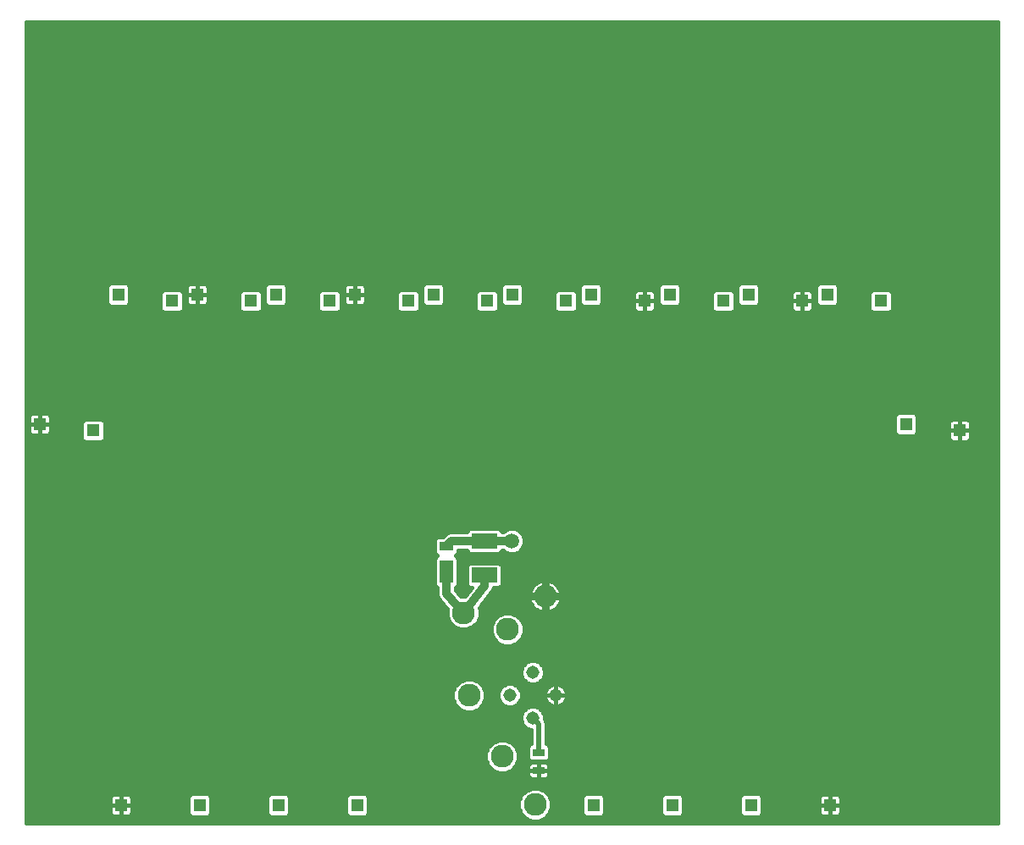
<source format=gbl>
G75*
%MOIN*%
%OFA0B0*%
%FSLAX25Y25*%
%IPPOS*%
%LPD*%
%AMOC8*
5,1,8,0,0,1.08239X$1,22.5*
%
%ADD10R,0.04724X0.03150*%
%ADD11C,0.05150*%
%ADD12R,0.05150X0.05150*%
%ADD13C,0.09000*%
%ADD14R,0.05512X0.08661*%
%ADD15R,0.05512X0.03543*%
%ADD16R,0.10000X0.05984*%
%ADD17R,0.10000X0.05945*%
%ADD18C,0.01600*%
%ADD19C,0.16835*%
%ADD20C,0.02000*%
%ADD21C,0.05906*%
%ADD22C,0.03200*%
D10*
X0238194Y0067202D03*
X0238194Y0074288D03*
D11*
X0235857Y0087843D03*
X0244888Y0096871D03*
X0235857Y0105898D03*
X0226825Y0096871D03*
D12*
X0259784Y0053532D03*
X0290784Y0053532D03*
X0321784Y0053532D03*
X0352784Y0053532D03*
X0403910Y0201068D03*
X0382784Y0203532D03*
X0372910Y0252068D03*
X0351784Y0254532D03*
X0341910Y0252068D03*
X0320784Y0254532D03*
X0310910Y0252068D03*
X0289784Y0254532D03*
X0279910Y0252068D03*
X0258784Y0254532D03*
X0248910Y0252068D03*
X0227784Y0254532D03*
X0217910Y0252068D03*
X0196784Y0254532D03*
X0186910Y0252068D03*
X0165784Y0254532D03*
X0155910Y0252068D03*
X0134784Y0254532D03*
X0124910Y0252068D03*
X0103784Y0254532D03*
X0093910Y0252068D03*
X0072784Y0254532D03*
X0041784Y0203532D03*
X0062910Y0201068D03*
X0073784Y0053532D03*
X0104784Y0053532D03*
X0135784Y0053532D03*
X0166784Y0053532D03*
D13*
X0210847Y0096800D03*
X0223847Y0072800D03*
X0236847Y0053800D03*
X0225894Y0122769D03*
X0208548Y0129265D03*
X0240769Y0135784D03*
D14*
X0201847Y0145469D03*
D15*
X0201847Y0155509D03*
D16*
X0216847Y0157532D03*
D17*
X0216847Y0144068D03*
D18*
X0036600Y0046600D02*
X0036600Y0361803D01*
X0418732Y0361803D01*
X0418732Y0046600D01*
X0036600Y0046600D01*
X0036600Y0048194D02*
X0233396Y0048194D01*
X0233165Y0048290D02*
X0235554Y0047300D01*
X0238140Y0047300D01*
X0240529Y0048290D01*
X0242358Y0050118D01*
X0243347Y0052507D01*
X0243347Y0055093D01*
X0242358Y0057482D01*
X0240529Y0059310D01*
X0238140Y0060300D01*
X0235554Y0060300D01*
X0233165Y0059310D01*
X0231337Y0057482D01*
X0230347Y0055093D01*
X0230347Y0052507D01*
X0231337Y0050118D01*
X0233165Y0048290D01*
X0231662Y0049793D02*
X0171023Y0049793D01*
X0171359Y0050129D02*
X0171359Y0056936D01*
X0170187Y0058107D01*
X0163381Y0058107D01*
X0162209Y0056936D01*
X0162209Y0050129D01*
X0163381Y0048957D01*
X0170187Y0048957D01*
X0171359Y0050129D01*
X0171359Y0051391D02*
X0230809Y0051391D01*
X0230347Y0052990D02*
X0171359Y0052990D01*
X0171359Y0054588D02*
X0230347Y0054588D01*
X0230800Y0056187D02*
X0171359Y0056187D01*
X0170509Y0057785D02*
X0231640Y0057785D01*
X0233342Y0059384D02*
X0036600Y0059384D01*
X0036600Y0060982D02*
X0418732Y0060982D01*
X0418732Y0059384D02*
X0240352Y0059384D01*
X0242055Y0057785D02*
X0256059Y0057785D01*
X0256381Y0058107D02*
X0255209Y0056936D01*
X0255209Y0050129D01*
X0256381Y0048957D01*
X0263187Y0048957D01*
X0264359Y0050129D01*
X0264359Y0056936D01*
X0263187Y0058107D01*
X0256381Y0058107D01*
X0255209Y0056187D02*
X0242894Y0056187D01*
X0243347Y0054588D02*
X0255209Y0054588D01*
X0255209Y0052990D02*
X0243347Y0052990D01*
X0242885Y0051391D02*
X0255209Y0051391D01*
X0255546Y0049793D02*
X0242032Y0049793D01*
X0240299Y0048194D02*
X0418732Y0048194D01*
X0418732Y0049793D02*
X0356740Y0049793D01*
X0356799Y0049852D02*
X0357036Y0050263D01*
X0357159Y0050720D01*
X0357159Y0053532D01*
X0352784Y0053532D01*
X0352784Y0053532D01*
X0352784Y0049157D01*
X0349972Y0049157D01*
X0349515Y0049280D01*
X0349104Y0049517D01*
X0348769Y0049852D01*
X0348532Y0050263D01*
X0348409Y0050720D01*
X0348409Y0053532D01*
X0352784Y0053532D01*
X0352784Y0053532D01*
X0352784Y0049157D01*
X0355596Y0049157D01*
X0356054Y0049280D01*
X0356464Y0049517D01*
X0356799Y0049852D01*
X0357159Y0051391D02*
X0418732Y0051391D01*
X0418732Y0052990D02*
X0357159Y0052990D01*
X0357159Y0053532D02*
X0357159Y0056344D01*
X0357036Y0056802D01*
X0356799Y0057212D01*
X0356464Y0057547D01*
X0356054Y0057784D01*
X0355596Y0057907D01*
X0352784Y0057907D01*
X0349972Y0057907D01*
X0349515Y0057784D01*
X0349104Y0057547D01*
X0348769Y0057212D01*
X0348532Y0056802D01*
X0348409Y0056344D01*
X0348409Y0053532D01*
X0352784Y0053532D01*
X0352784Y0053532D01*
X0352784Y0057907D01*
X0352784Y0053532D01*
X0352784Y0053532D01*
X0357159Y0053532D01*
X0357159Y0054588D02*
X0418732Y0054588D01*
X0418732Y0056187D02*
X0357159Y0056187D01*
X0356051Y0057785D02*
X0418732Y0057785D01*
X0418732Y0062581D02*
X0036600Y0062581D01*
X0036600Y0064179D02*
X0234739Y0064179D01*
X0234726Y0064186D02*
X0235137Y0063949D01*
X0235595Y0063827D01*
X0238194Y0063827D01*
X0240793Y0063827D01*
X0241251Y0063949D01*
X0241661Y0064186D01*
X0241996Y0064522D01*
X0242233Y0064932D01*
X0242356Y0065390D01*
X0242356Y0067202D01*
X0242356Y0069013D01*
X0242233Y0069471D01*
X0241996Y0069882D01*
X0241661Y0070217D01*
X0241251Y0070454D01*
X0240793Y0070576D01*
X0238194Y0070576D01*
X0238194Y0067202D01*
X0238194Y0067202D01*
X0242356Y0067202D01*
X0238194Y0067202D01*
X0238194Y0067202D01*
X0238194Y0070576D01*
X0235595Y0070576D01*
X0235137Y0070454D01*
X0234726Y0070217D01*
X0234391Y0069882D01*
X0234154Y0069471D01*
X0234031Y0069013D01*
X0234031Y0067202D01*
X0238194Y0067202D01*
X0238194Y0067202D01*
X0238194Y0067201D02*
X0238194Y0063827D01*
X0238194Y0067201D01*
X0238194Y0067201D01*
X0238194Y0067202D02*
X0234031Y0067202D01*
X0234031Y0065390D01*
X0234154Y0064932D01*
X0234391Y0064522D01*
X0234726Y0064186D01*
X0234031Y0065778D02*
X0036600Y0065778D01*
X0036600Y0067376D02*
X0220079Y0067376D01*
X0220165Y0067290D02*
X0222554Y0066300D01*
X0225140Y0066300D01*
X0227529Y0067290D01*
X0229358Y0069118D01*
X0230347Y0071507D01*
X0230347Y0074093D01*
X0229358Y0076482D01*
X0227529Y0078310D01*
X0225140Y0079300D01*
X0222554Y0079300D01*
X0220165Y0078310D01*
X0218337Y0076482D01*
X0217347Y0074093D01*
X0217347Y0071507D01*
X0218337Y0069118D01*
X0220165Y0067290D01*
X0218480Y0068975D02*
X0036600Y0068975D01*
X0036600Y0070573D02*
X0217734Y0070573D01*
X0217347Y0072172D02*
X0036600Y0072172D01*
X0036600Y0073770D02*
X0217347Y0073770D01*
X0217876Y0075369D02*
X0036600Y0075369D01*
X0036600Y0076967D02*
X0218822Y0076967D01*
X0220782Y0078566D02*
X0036600Y0078566D01*
X0036600Y0080164D02*
X0235194Y0080164D01*
X0235194Y0078566D02*
X0226913Y0078566D01*
X0228872Y0076967D02*
X0234107Y0076967D01*
X0233831Y0076691D02*
X0233831Y0071885D01*
X0235003Y0070713D01*
X0241384Y0070713D01*
X0242556Y0071885D01*
X0242556Y0076691D01*
X0241384Y0077863D01*
X0241194Y0077863D01*
X0241194Y0086103D01*
X0240737Y0087206D01*
X0240431Y0087511D01*
X0240431Y0088753D01*
X0239735Y0090435D01*
X0238448Y0091722D01*
X0236767Y0092418D01*
X0234947Y0092418D01*
X0233265Y0091722D01*
X0231978Y0090435D01*
X0231282Y0088753D01*
X0231282Y0086933D01*
X0231978Y0085252D01*
X0233265Y0083965D01*
X0234947Y0083269D01*
X0235194Y0083269D01*
X0235194Y0077863D01*
X0235003Y0077863D01*
X0233831Y0076691D01*
X0233831Y0075369D02*
X0229819Y0075369D01*
X0230347Y0073770D02*
X0233831Y0073770D01*
X0233831Y0072172D02*
X0230347Y0072172D01*
X0229960Y0070573D02*
X0235583Y0070573D01*
X0234031Y0068975D02*
X0229214Y0068975D01*
X0227616Y0067376D02*
X0234031Y0067376D01*
X0238194Y0067376D02*
X0238194Y0067376D01*
X0238194Y0065778D02*
X0238194Y0065778D01*
X0238194Y0064179D02*
X0238194Y0064179D01*
X0241649Y0064179D02*
X0418732Y0064179D01*
X0418732Y0065778D02*
X0242356Y0065778D01*
X0242356Y0067376D02*
X0418732Y0067376D01*
X0418732Y0068975D02*
X0242356Y0068975D01*
X0240805Y0070573D02*
X0418732Y0070573D01*
X0418732Y0072172D02*
X0242556Y0072172D01*
X0242556Y0073770D02*
X0418732Y0073770D01*
X0418732Y0075369D02*
X0242556Y0075369D01*
X0242280Y0076967D02*
X0418732Y0076967D01*
X0418732Y0078566D02*
X0241194Y0078566D01*
X0241194Y0080164D02*
X0418732Y0080164D01*
X0418732Y0081763D02*
X0241194Y0081763D01*
X0241194Y0083361D02*
X0418732Y0083361D01*
X0418732Y0084960D02*
X0241194Y0084960D01*
X0241005Y0086558D02*
X0418732Y0086558D01*
X0418732Y0088157D02*
X0240431Y0088157D01*
X0240016Y0089755D02*
X0418732Y0089755D01*
X0418732Y0091354D02*
X0238816Y0091354D01*
X0241551Y0094021D02*
X0242038Y0093534D01*
X0242595Y0093129D01*
X0243209Y0092817D01*
X0243864Y0092604D01*
X0244544Y0092496D01*
X0244888Y0092496D01*
X0244888Y0096871D01*
X0244888Y0096871D01*
X0240513Y0096871D01*
X0240513Y0097215D01*
X0240621Y0097895D01*
X0240834Y0098550D01*
X0241147Y0099164D01*
X0241551Y0099721D01*
X0242038Y0100208D01*
X0242595Y0100613D01*
X0243209Y0100925D01*
X0243864Y0101138D01*
X0244544Y0101246D01*
X0244888Y0101246D01*
X0244888Y0096871D01*
X0244888Y0096871D01*
X0240513Y0096871D01*
X0240513Y0096527D01*
X0240621Y0095846D01*
X0240834Y0095192D01*
X0241147Y0094578D01*
X0241551Y0094021D01*
X0241166Y0094551D02*
X0230816Y0094551D01*
X0230704Y0094279D02*
X0231400Y0095961D01*
X0231400Y0097781D01*
X0230704Y0099462D01*
X0229417Y0100749D01*
X0227735Y0101446D01*
X0225915Y0101446D01*
X0224234Y0100749D01*
X0222947Y0099462D01*
X0222250Y0097781D01*
X0222250Y0095961D01*
X0222947Y0094279D01*
X0224234Y0092993D01*
X0225915Y0092296D01*
X0227735Y0092296D01*
X0229417Y0092993D01*
X0230704Y0094279D01*
X0229320Y0092952D02*
X0242942Y0092952D01*
X0244888Y0092952D02*
X0244888Y0092952D01*
X0244888Y0092496D02*
X0245232Y0092496D01*
X0245913Y0092604D01*
X0246568Y0092817D01*
X0247181Y0093129D01*
X0247738Y0093534D01*
X0248225Y0094021D01*
X0248630Y0094578D01*
X0248942Y0095192D01*
X0249155Y0095846D01*
X0249263Y0096527D01*
X0249263Y0096871D01*
X0249263Y0097215D01*
X0249155Y0097895D01*
X0248942Y0098550D01*
X0248630Y0099164D01*
X0248225Y0099721D01*
X0247738Y0100208D01*
X0247181Y0100613D01*
X0246568Y0100925D01*
X0245913Y0101138D01*
X0245232Y0101246D01*
X0244888Y0101246D01*
X0244888Y0096871D01*
X0244888Y0096871D01*
X0249263Y0096871D01*
X0244888Y0096871D01*
X0244888Y0096871D01*
X0244888Y0092496D01*
X0246834Y0092952D02*
X0418732Y0092952D01*
X0418732Y0094551D02*
X0248610Y0094551D01*
X0249203Y0096149D02*
X0418732Y0096149D01*
X0418732Y0097748D02*
X0249179Y0097748D01*
X0248497Y0099346D02*
X0418732Y0099346D01*
X0418732Y0100945D02*
X0246507Y0100945D01*
X0244888Y0100945D02*
X0244888Y0100945D01*
X0244888Y0099346D02*
X0244888Y0099346D01*
X0244888Y0097748D02*
X0244888Y0097748D01*
X0244888Y0096149D02*
X0244888Y0096149D01*
X0244888Y0094551D02*
X0244888Y0094551D01*
X0240573Y0096149D02*
X0231400Y0096149D01*
X0231400Y0097748D02*
X0240598Y0097748D01*
X0241279Y0099346D02*
X0230752Y0099346D01*
X0228944Y0100945D02*
X0243270Y0100945D01*
X0239735Y0103307D02*
X0238448Y0102020D01*
X0236767Y0101324D01*
X0234947Y0101324D01*
X0233265Y0102020D01*
X0231978Y0103307D01*
X0231282Y0104988D01*
X0231282Y0106808D01*
X0231978Y0108490D01*
X0233265Y0109777D01*
X0234947Y0110473D01*
X0236767Y0110473D01*
X0238448Y0109777D01*
X0239735Y0108490D01*
X0240431Y0106808D01*
X0240431Y0104988D01*
X0239735Y0103307D01*
X0240081Y0104142D02*
X0418732Y0104142D01*
X0418732Y0105740D02*
X0240431Y0105740D01*
X0240212Y0107339D02*
X0418732Y0107339D01*
X0418732Y0108937D02*
X0239287Y0108937D01*
X0238971Y0102543D02*
X0418732Y0102543D01*
X0418732Y0110536D02*
X0036600Y0110536D01*
X0036600Y0112134D02*
X0418732Y0112134D01*
X0418732Y0113733D02*
X0036600Y0113733D01*
X0036600Y0115332D02*
X0418732Y0115332D01*
X0418732Y0116930D02*
X0228784Y0116930D01*
X0229576Y0117258D02*
X0227187Y0116269D01*
X0224602Y0116269D01*
X0222213Y0117258D01*
X0220384Y0119087D01*
X0219394Y0121476D01*
X0219394Y0124061D01*
X0220384Y0126450D01*
X0222213Y0128279D01*
X0224602Y0129268D01*
X0227187Y0129268D01*
X0229576Y0128279D01*
X0231405Y0126450D01*
X0232394Y0124061D01*
X0232394Y0121476D01*
X0231405Y0119087D01*
X0229576Y0117258D01*
X0230847Y0118529D02*
X0418732Y0118529D01*
X0418732Y0120127D02*
X0231836Y0120127D01*
X0232394Y0121726D02*
X0418732Y0121726D01*
X0418732Y0123324D02*
X0232394Y0123324D01*
X0232038Y0124923D02*
X0418732Y0124923D01*
X0418732Y0126521D02*
X0231334Y0126521D01*
X0229736Y0128120D02*
X0418732Y0128120D01*
X0418732Y0129718D02*
X0242486Y0129718D01*
X0242244Y0129639D02*
X0243187Y0129946D01*
X0244070Y0130396D01*
X0244873Y0130979D01*
X0245574Y0131680D01*
X0246157Y0132482D01*
X0246607Y0133366D01*
X0246913Y0134309D01*
X0247036Y0135084D01*
X0241469Y0135084D01*
X0241469Y0136484D01*
X0247036Y0136484D01*
X0246913Y0137259D01*
X0246607Y0138203D01*
X0246157Y0139086D01*
X0245574Y0139888D01*
X0244873Y0140590D01*
X0244070Y0141172D01*
X0243187Y0141623D01*
X0242244Y0141929D01*
X0241469Y0142052D01*
X0241469Y0136484D01*
X0240068Y0136484D01*
X0240068Y0135084D01*
X0234501Y0135084D01*
X0234624Y0134309D01*
X0234930Y0133366D01*
X0235380Y0132482D01*
X0235963Y0131680D01*
X0236664Y0130979D01*
X0237467Y0130396D01*
X0238350Y0129946D01*
X0239293Y0129639D01*
X0240068Y0129517D01*
X0240068Y0135084D01*
X0241469Y0135084D01*
X0241469Y0129517D01*
X0242244Y0129639D01*
X0241469Y0129718D02*
X0240068Y0129718D01*
X0239051Y0129718D02*
X0215048Y0129718D01*
X0215048Y0130557D02*
X0214738Y0131305D01*
X0219543Y0137405D01*
X0219899Y0137761D01*
X0219983Y0137963D01*
X0220118Y0138135D01*
X0220255Y0138619D01*
X0220447Y0139084D01*
X0220447Y0139095D01*
X0222676Y0139095D01*
X0223847Y0140267D01*
X0223847Y0147869D01*
X0222676Y0149040D01*
X0211019Y0149040D01*
X0209847Y0147869D01*
X0209847Y0140267D01*
X0211019Y0139095D01*
X0211709Y0139095D01*
X0209086Y0135765D01*
X0207585Y0135765D01*
X0205447Y0138169D01*
X0205447Y0139154D01*
X0206603Y0140310D01*
X0206603Y0150628D01*
X0205463Y0151768D01*
X0206603Y0152909D01*
X0206603Y0153932D01*
X0209847Y0153932D01*
X0209847Y0153712D01*
X0211019Y0152540D01*
X0222676Y0152540D01*
X0223847Y0153712D01*
X0223847Y0153932D01*
X0224175Y0153932D01*
X0224774Y0153334D01*
X0226594Y0152580D01*
X0228565Y0152580D01*
X0230385Y0153334D01*
X0231778Y0154727D01*
X0232532Y0156547D01*
X0232532Y0158517D01*
X0231778Y0160338D01*
X0230385Y0161731D01*
X0228565Y0162485D01*
X0226594Y0162485D01*
X0224774Y0161731D01*
X0224175Y0161132D01*
X0223847Y0161132D01*
X0223847Y0161353D01*
X0222676Y0162524D01*
X0211019Y0162524D01*
X0209847Y0161353D01*
X0209847Y0161132D01*
X0203155Y0161132D01*
X0201832Y0160584D01*
X0200528Y0159280D01*
X0198263Y0159280D01*
X0197091Y0158109D01*
X0197091Y0152909D01*
X0198231Y0151768D01*
X0197091Y0150628D01*
X0197091Y0140310D01*
X0198247Y0139154D01*
X0198247Y0136905D01*
X0198212Y0136296D01*
X0198247Y0136193D01*
X0198247Y0136084D01*
X0198481Y0135520D01*
X0198681Y0134943D01*
X0198754Y0134861D01*
X0198795Y0134761D01*
X0199227Y0134329D01*
X0202217Y0130966D01*
X0202048Y0130557D01*
X0202048Y0127972D01*
X0203038Y0125583D01*
X0204866Y0123754D01*
X0207255Y0122765D01*
X0209841Y0122765D01*
X0212230Y0123754D01*
X0214058Y0125583D01*
X0215048Y0127972D01*
X0215048Y0130557D01*
X0214747Y0131317D02*
X0236327Y0131317D01*
X0235160Y0132915D02*
X0216007Y0132915D01*
X0217266Y0134514D02*
X0234591Y0134514D01*
X0234501Y0136484D02*
X0240068Y0136484D01*
X0240068Y0142052D01*
X0239293Y0141929D01*
X0238350Y0141623D01*
X0237467Y0141172D01*
X0236664Y0140590D01*
X0235963Y0139888D01*
X0235380Y0139086D01*
X0234930Y0138203D01*
X0234624Y0137259D01*
X0234501Y0136484D01*
X0234770Y0137711D02*
X0219849Y0137711D01*
X0218525Y0136112D02*
X0240068Y0136112D01*
X0241469Y0136112D02*
X0418732Y0136112D01*
X0418732Y0134514D02*
X0246946Y0134514D01*
X0246377Y0132915D02*
X0418732Y0132915D01*
X0418732Y0131317D02*
X0245210Y0131317D01*
X0241469Y0131317D02*
X0240068Y0131317D01*
X0240068Y0132915D02*
X0241469Y0132915D01*
X0241469Y0134514D02*
X0240068Y0134514D01*
X0240068Y0137711D02*
X0241469Y0137711D01*
X0241469Y0139309D02*
X0240068Y0139309D01*
X0240068Y0140908D02*
X0241469Y0140908D01*
X0244435Y0140908D02*
X0418732Y0140908D01*
X0418732Y0142506D02*
X0223847Y0142506D01*
X0223847Y0140908D02*
X0237102Y0140908D01*
X0235542Y0139309D02*
X0222890Y0139309D01*
X0223847Y0144105D02*
X0418732Y0144105D01*
X0418732Y0145703D02*
X0223847Y0145703D01*
X0223847Y0147302D02*
X0418732Y0147302D01*
X0418732Y0148900D02*
X0222816Y0148900D01*
X0223831Y0153696D02*
X0224412Y0153696D01*
X0230747Y0153696D02*
X0418732Y0153696D01*
X0418732Y0155294D02*
X0232013Y0155294D01*
X0232532Y0156893D02*
X0418732Y0156893D01*
X0418732Y0158491D02*
X0232532Y0158491D01*
X0231881Y0160090D02*
X0418732Y0160090D01*
X0418732Y0161688D02*
X0230428Y0161688D01*
X0224731Y0161688D02*
X0223512Y0161688D01*
X0210183Y0161688D02*
X0036600Y0161688D01*
X0036600Y0160090D02*
X0201337Y0160090D01*
X0197474Y0158491D02*
X0036600Y0158491D01*
X0036600Y0156893D02*
X0197091Y0156893D01*
X0197091Y0155294D02*
X0036600Y0155294D01*
X0036600Y0153696D02*
X0197091Y0153696D01*
X0197903Y0152097D02*
X0036600Y0152097D01*
X0036600Y0150499D02*
X0197091Y0150499D01*
X0197091Y0148900D02*
X0036600Y0148900D01*
X0036600Y0147302D02*
X0197091Y0147302D01*
X0197091Y0145703D02*
X0036600Y0145703D01*
X0036600Y0144105D02*
X0197091Y0144105D01*
X0197091Y0142506D02*
X0036600Y0142506D01*
X0036600Y0140908D02*
X0197091Y0140908D01*
X0198092Y0139309D02*
X0036600Y0139309D01*
X0036600Y0137711D02*
X0198247Y0137711D01*
X0198247Y0136112D02*
X0036600Y0136112D01*
X0036600Y0134514D02*
X0199042Y0134514D01*
X0200484Y0132915D02*
X0036600Y0132915D01*
X0036600Y0131317D02*
X0201906Y0131317D01*
X0202048Y0129718D02*
X0036600Y0129718D01*
X0036600Y0128120D02*
X0202048Y0128120D01*
X0202649Y0126521D02*
X0036600Y0126521D01*
X0036600Y0124923D02*
X0203698Y0124923D01*
X0205904Y0123324D02*
X0036600Y0123324D01*
X0036600Y0121726D02*
X0219394Y0121726D01*
X0219394Y0123324D02*
X0211192Y0123324D01*
X0213398Y0124923D02*
X0219751Y0124923D01*
X0220455Y0126521D02*
X0214447Y0126521D01*
X0215048Y0128120D02*
X0222053Y0128120D01*
X0219953Y0120127D02*
X0036600Y0120127D01*
X0036600Y0118529D02*
X0220942Y0118529D01*
X0223004Y0116930D02*
X0036600Y0116930D01*
X0036600Y0108937D02*
X0232426Y0108937D01*
X0231502Y0107339D02*
X0036600Y0107339D01*
X0036600Y0105740D02*
X0231282Y0105740D01*
X0231633Y0104142D02*
X0036600Y0104142D01*
X0036600Y0102543D02*
X0207728Y0102543D01*
X0207165Y0102310D02*
X0205337Y0100482D01*
X0204347Y0098093D01*
X0204347Y0095507D01*
X0205337Y0093118D01*
X0207165Y0091290D01*
X0209554Y0090300D01*
X0212140Y0090300D01*
X0214529Y0091290D01*
X0216358Y0093118D01*
X0217347Y0095507D01*
X0217347Y0098093D01*
X0216358Y0100482D01*
X0214529Y0102310D01*
X0212140Y0103300D01*
X0209554Y0103300D01*
X0207165Y0102310D01*
X0205800Y0100945D02*
X0036600Y0100945D01*
X0036600Y0099346D02*
X0204866Y0099346D01*
X0204347Y0097748D02*
X0036600Y0097748D01*
X0036600Y0096149D02*
X0204347Y0096149D01*
X0204743Y0094551D02*
X0036600Y0094551D01*
X0036600Y0092952D02*
X0205502Y0092952D01*
X0207101Y0091354D02*
X0036600Y0091354D01*
X0036600Y0089755D02*
X0231697Y0089755D01*
X0231282Y0088157D02*
X0036600Y0088157D01*
X0036600Y0086558D02*
X0231437Y0086558D01*
X0232270Y0084960D02*
X0036600Y0084960D01*
X0036600Y0083361D02*
X0234723Y0083361D01*
X0235194Y0081763D02*
X0036600Y0081763D01*
X0036600Y0057785D02*
X0070517Y0057785D01*
X0070515Y0057784D02*
X0070104Y0057547D01*
X0069769Y0057212D01*
X0069532Y0056802D01*
X0069409Y0056344D01*
X0069409Y0053532D01*
X0069409Y0050720D01*
X0069532Y0050263D01*
X0069769Y0049852D01*
X0070104Y0049517D01*
X0070515Y0049280D01*
X0070972Y0049157D01*
X0073784Y0049157D01*
X0073784Y0053532D01*
X0073784Y0053532D01*
X0069409Y0053532D01*
X0073784Y0053532D01*
X0073784Y0053532D01*
X0073784Y0049157D01*
X0076596Y0049157D01*
X0077054Y0049280D01*
X0077464Y0049517D01*
X0077799Y0049852D01*
X0078036Y0050263D01*
X0078159Y0050720D01*
X0078159Y0053532D01*
X0073784Y0053532D01*
X0073784Y0053532D01*
X0073784Y0057907D01*
X0070972Y0057907D01*
X0070515Y0057784D01*
X0069409Y0056187D02*
X0036600Y0056187D01*
X0036600Y0054588D02*
X0069409Y0054588D01*
X0069409Y0052990D02*
X0036600Y0052990D01*
X0036600Y0051391D02*
X0069409Y0051391D01*
X0069829Y0049793D02*
X0036600Y0049793D01*
X0073784Y0049793D02*
X0073784Y0049793D01*
X0073784Y0051391D02*
X0073784Y0051391D01*
X0073784Y0052990D02*
X0073784Y0052990D01*
X0073784Y0053532D02*
X0078159Y0053532D01*
X0078159Y0056344D01*
X0078036Y0056802D01*
X0077799Y0057212D01*
X0077464Y0057547D01*
X0077054Y0057784D01*
X0076596Y0057907D01*
X0073784Y0057907D01*
X0073784Y0053532D01*
X0073784Y0053532D01*
X0073784Y0054588D02*
X0073784Y0054588D01*
X0073784Y0056187D02*
X0073784Y0056187D01*
X0073784Y0057785D02*
X0073784Y0057785D01*
X0077051Y0057785D02*
X0101059Y0057785D01*
X0101381Y0058107D02*
X0100209Y0056936D01*
X0100209Y0050129D01*
X0101381Y0048957D01*
X0108187Y0048957D01*
X0109359Y0050129D01*
X0109359Y0056936D01*
X0108187Y0058107D01*
X0101381Y0058107D01*
X0100209Y0056187D02*
X0078159Y0056187D01*
X0078159Y0054588D02*
X0100209Y0054588D01*
X0100209Y0052990D02*
X0078159Y0052990D01*
X0078159Y0051391D02*
X0100209Y0051391D01*
X0100546Y0049793D02*
X0077740Y0049793D01*
X0109023Y0049793D02*
X0131546Y0049793D01*
X0131209Y0050129D02*
X0132381Y0048957D01*
X0139187Y0048957D01*
X0140359Y0050129D01*
X0140359Y0056936D01*
X0139187Y0058107D01*
X0132381Y0058107D01*
X0131209Y0056936D01*
X0131209Y0050129D01*
X0131209Y0051391D02*
X0109359Y0051391D01*
X0109359Y0052990D02*
X0131209Y0052990D01*
X0131209Y0054588D02*
X0109359Y0054588D01*
X0109359Y0056187D02*
X0131209Y0056187D01*
X0132059Y0057785D02*
X0108509Y0057785D01*
X0139509Y0057785D02*
X0163059Y0057785D01*
X0162209Y0056187D02*
X0140359Y0056187D01*
X0140359Y0054588D02*
X0162209Y0054588D01*
X0162209Y0052990D02*
X0140359Y0052990D01*
X0140359Y0051391D02*
X0162209Y0051391D01*
X0162546Y0049793D02*
X0140023Y0049793D01*
X0214593Y0091354D02*
X0232897Y0091354D01*
X0224331Y0092952D02*
X0216192Y0092952D01*
X0216951Y0094551D02*
X0222834Y0094551D01*
X0222250Y0096149D02*
X0217347Y0096149D01*
X0217347Y0097748D02*
X0222250Y0097748D01*
X0222899Y0099346D02*
X0216828Y0099346D01*
X0215895Y0100945D02*
X0224706Y0100945D01*
X0232742Y0102543D02*
X0213967Y0102543D01*
X0238194Y0070573D02*
X0238194Y0070573D01*
X0238194Y0068975D02*
X0238194Y0068975D01*
X0263509Y0057785D02*
X0287059Y0057785D01*
X0287381Y0058107D02*
X0286209Y0056936D01*
X0286209Y0050129D01*
X0287381Y0048957D01*
X0294187Y0048957D01*
X0295359Y0050129D01*
X0295359Y0056936D01*
X0294187Y0058107D01*
X0287381Y0058107D01*
X0286209Y0056187D02*
X0264359Y0056187D01*
X0264359Y0054588D02*
X0286209Y0054588D01*
X0286209Y0052990D02*
X0264359Y0052990D01*
X0264359Y0051391D02*
X0286209Y0051391D01*
X0286546Y0049793D02*
X0264023Y0049793D01*
X0295023Y0049793D02*
X0317546Y0049793D01*
X0317209Y0050129D02*
X0318381Y0048957D01*
X0325187Y0048957D01*
X0326359Y0050129D01*
X0326359Y0056936D01*
X0325187Y0058107D01*
X0318381Y0058107D01*
X0317209Y0056936D01*
X0317209Y0050129D01*
X0317209Y0051391D02*
X0295359Y0051391D01*
X0295359Y0052990D02*
X0317209Y0052990D01*
X0317209Y0054588D02*
X0295359Y0054588D01*
X0295359Y0056187D02*
X0317209Y0056187D01*
X0318059Y0057785D02*
X0294509Y0057785D01*
X0325509Y0057785D02*
X0349517Y0057785D01*
X0348409Y0056187D02*
X0326359Y0056187D01*
X0326359Y0054588D02*
X0348409Y0054588D01*
X0348409Y0052990D02*
X0326359Y0052990D01*
X0326359Y0051391D02*
X0348409Y0051391D01*
X0348829Y0049793D02*
X0326023Y0049793D01*
X0352784Y0049793D02*
X0352784Y0049793D01*
X0352784Y0051391D02*
X0352784Y0051391D01*
X0352784Y0052990D02*
X0352784Y0052990D01*
X0352784Y0054588D02*
X0352784Y0054588D01*
X0352784Y0056187D02*
X0352784Y0056187D01*
X0352784Y0057785D02*
X0352784Y0057785D01*
X0418732Y0137711D02*
X0246767Y0137711D01*
X0245995Y0139309D02*
X0418732Y0139309D01*
X0418732Y0150499D02*
X0206603Y0150499D01*
X0206603Y0148900D02*
X0210879Y0148900D01*
X0209847Y0147302D02*
X0206603Y0147302D01*
X0206603Y0145703D02*
X0209847Y0145703D01*
X0209847Y0144105D02*
X0206603Y0144105D01*
X0206603Y0142506D02*
X0209847Y0142506D01*
X0209847Y0140908D02*
X0206603Y0140908D01*
X0205602Y0139309D02*
X0210805Y0139309D01*
X0210619Y0137711D02*
X0205855Y0137711D01*
X0207276Y0136112D02*
X0209359Y0136112D01*
X0205792Y0152097D02*
X0418732Y0152097D01*
X0418732Y0163287D02*
X0036600Y0163287D01*
X0036600Y0164885D02*
X0418732Y0164885D01*
X0418732Y0166484D02*
X0036600Y0166484D01*
X0036600Y0168082D02*
X0418732Y0168082D01*
X0418732Y0169681D02*
X0036600Y0169681D01*
X0036600Y0171279D02*
X0418732Y0171279D01*
X0418732Y0172878D02*
X0036600Y0172878D01*
X0036600Y0174476D02*
X0418732Y0174476D01*
X0418732Y0176075D02*
X0036600Y0176075D01*
X0036600Y0177673D02*
X0418732Y0177673D01*
X0418732Y0179272D02*
X0036600Y0179272D01*
X0036600Y0180870D02*
X0418732Y0180870D01*
X0418732Y0182469D02*
X0036600Y0182469D01*
X0036600Y0184068D02*
X0418732Y0184068D01*
X0418732Y0185666D02*
X0036600Y0185666D01*
X0036600Y0187265D02*
X0418732Y0187265D01*
X0418732Y0188863D02*
X0036600Y0188863D01*
X0036600Y0190462D02*
X0418732Y0190462D01*
X0418732Y0192060D02*
X0036600Y0192060D01*
X0036600Y0193659D02*
X0418732Y0193659D01*
X0418732Y0195257D02*
X0036600Y0195257D01*
X0036600Y0196856D02*
X0059144Y0196856D01*
X0059507Y0196493D02*
X0058335Y0197664D01*
X0058335Y0204471D01*
X0059507Y0205643D01*
X0066313Y0205643D01*
X0067485Y0204471D01*
X0067485Y0197664D01*
X0066313Y0196493D01*
X0059507Y0196493D01*
X0058335Y0198454D02*
X0036600Y0198454D01*
X0036600Y0200053D02*
X0037653Y0200053D01*
X0037769Y0199852D02*
X0038104Y0199517D01*
X0038515Y0199280D01*
X0038972Y0199157D01*
X0041784Y0199157D01*
X0041784Y0203532D01*
X0041784Y0203532D01*
X0037409Y0203532D01*
X0037409Y0200720D01*
X0037532Y0200263D01*
X0037769Y0199852D01*
X0037409Y0201651D02*
X0036600Y0201651D01*
X0036600Y0203250D02*
X0037409Y0203250D01*
X0037409Y0203532D02*
X0041784Y0203532D01*
X0041784Y0203532D01*
X0041784Y0199157D01*
X0044596Y0199157D01*
X0045054Y0199280D01*
X0045464Y0199517D01*
X0045799Y0199852D01*
X0046036Y0200263D01*
X0046159Y0200720D01*
X0046159Y0203532D01*
X0041784Y0203532D01*
X0041784Y0203532D01*
X0041784Y0207907D01*
X0038972Y0207907D01*
X0038515Y0207784D01*
X0038104Y0207547D01*
X0037769Y0207212D01*
X0037532Y0206802D01*
X0037409Y0206344D01*
X0037409Y0203532D01*
X0037409Y0204848D02*
X0036600Y0204848D01*
X0036600Y0206447D02*
X0037437Y0206447D01*
X0036600Y0208045D02*
X0379319Y0208045D01*
X0379381Y0208107D02*
X0378209Y0206936D01*
X0378209Y0200129D01*
X0379381Y0198957D01*
X0386187Y0198957D01*
X0387359Y0200129D01*
X0387359Y0206936D01*
X0386187Y0208107D01*
X0379381Y0208107D01*
X0378209Y0206447D02*
X0046132Y0206447D01*
X0046159Y0206344D02*
X0046036Y0206802D01*
X0045799Y0207212D01*
X0045464Y0207547D01*
X0045054Y0207784D01*
X0044596Y0207907D01*
X0041784Y0207907D01*
X0041784Y0203532D01*
X0041784Y0203532D01*
X0046159Y0203532D01*
X0046159Y0206344D01*
X0046159Y0204848D02*
X0058713Y0204848D01*
X0058335Y0203250D02*
X0046159Y0203250D01*
X0046159Y0201651D02*
X0058335Y0201651D01*
X0058335Y0200053D02*
X0045915Y0200053D01*
X0041784Y0200053D02*
X0041784Y0200053D01*
X0041784Y0201651D02*
X0041784Y0201651D01*
X0041784Y0203250D02*
X0041784Y0203250D01*
X0041784Y0204848D02*
X0041784Y0204848D01*
X0041784Y0206447D02*
X0041784Y0206447D01*
X0036600Y0209644D02*
X0418732Y0209644D01*
X0418732Y0211242D02*
X0036600Y0211242D01*
X0036600Y0212841D02*
X0418732Y0212841D01*
X0418732Y0214439D02*
X0036600Y0214439D01*
X0036600Y0216038D02*
X0418732Y0216038D01*
X0418732Y0217636D02*
X0036600Y0217636D01*
X0036600Y0219235D02*
X0418732Y0219235D01*
X0418732Y0220833D02*
X0036600Y0220833D01*
X0036600Y0222432D02*
X0418732Y0222432D01*
X0418732Y0224030D02*
X0036600Y0224030D01*
X0036600Y0225629D02*
X0418732Y0225629D01*
X0418732Y0227227D02*
X0036600Y0227227D01*
X0036600Y0228826D02*
X0418732Y0228826D01*
X0418732Y0230424D02*
X0036600Y0230424D01*
X0036600Y0232023D02*
X0418732Y0232023D01*
X0418732Y0233621D02*
X0036600Y0233621D01*
X0036600Y0235220D02*
X0418732Y0235220D01*
X0418732Y0236818D02*
X0036600Y0236818D01*
X0036600Y0238417D02*
X0418732Y0238417D01*
X0418732Y0240015D02*
X0036600Y0240015D01*
X0036600Y0241614D02*
X0418732Y0241614D01*
X0418732Y0243212D02*
X0036600Y0243212D01*
X0036600Y0244811D02*
X0418732Y0244811D01*
X0418732Y0246409D02*
X0036600Y0246409D01*
X0036600Y0248008D02*
X0089992Y0248008D01*
X0090507Y0247493D02*
X0097313Y0247493D01*
X0098485Y0248664D01*
X0098485Y0255471D01*
X0097313Y0256643D01*
X0090507Y0256643D01*
X0089335Y0255471D01*
X0089335Y0248664D01*
X0090507Y0247493D01*
X0089335Y0249606D02*
X0036600Y0249606D01*
X0036600Y0251205D02*
X0068209Y0251205D01*
X0068209Y0251129D02*
X0069381Y0249957D01*
X0076187Y0249957D01*
X0077359Y0251129D01*
X0077359Y0257936D01*
X0076187Y0259107D01*
X0069381Y0259107D01*
X0068209Y0257936D01*
X0068209Y0251129D01*
X0068209Y0252803D02*
X0036600Y0252803D01*
X0036600Y0254402D02*
X0068209Y0254402D01*
X0068209Y0256001D02*
X0036600Y0256001D01*
X0036600Y0257599D02*
X0068209Y0257599D01*
X0077359Y0257599D02*
X0099478Y0257599D01*
X0099532Y0257802D02*
X0099409Y0257344D01*
X0099409Y0254532D01*
X0099409Y0251720D01*
X0099532Y0251263D01*
X0099769Y0250852D01*
X0100104Y0250517D01*
X0100515Y0250280D01*
X0100972Y0250157D01*
X0103784Y0250157D01*
X0103784Y0254532D01*
X0103784Y0254532D01*
X0099409Y0254532D01*
X0103784Y0254532D01*
X0103784Y0254532D01*
X0103784Y0250157D01*
X0106596Y0250157D01*
X0107054Y0250280D01*
X0107464Y0250517D01*
X0107799Y0250852D01*
X0108036Y0251263D01*
X0108159Y0251720D01*
X0108159Y0254532D01*
X0103784Y0254532D01*
X0103784Y0254532D01*
X0103784Y0258907D01*
X0100972Y0258907D01*
X0100515Y0258784D01*
X0100104Y0258547D01*
X0099769Y0258212D01*
X0099532Y0257802D01*
X0099409Y0256001D02*
X0097955Y0256001D01*
X0098485Y0254402D02*
X0099409Y0254402D01*
X0099409Y0252803D02*
X0098485Y0252803D01*
X0098485Y0251205D02*
X0099565Y0251205D01*
X0098485Y0249606D02*
X0120335Y0249606D01*
X0120335Y0248664D02*
X0121507Y0247493D01*
X0128313Y0247493D01*
X0129485Y0248664D01*
X0129485Y0255471D01*
X0128313Y0256643D01*
X0121507Y0256643D01*
X0120335Y0255471D01*
X0120335Y0248664D01*
X0120992Y0248008D02*
X0097829Y0248008D01*
X0103784Y0251205D02*
X0103784Y0251205D01*
X0103784Y0252803D02*
X0103784Y0252803D01*
X0103784Y0254402D02*
X0103784Y0254402D01*
X0103784Y0254532D02*
X0108159Y0254532D01*
X0108159Y0257344D01*
X0108036Y0257802D01*
X0107799Y0258212D01*
X0107464Y0258547D01*
X0107054Y0258784D01*
X0106596Y0258907D01*
X0103784Y0258907D01*
X0103784Y0254532D01*
X0103784Y0254532D01*
X0103784Y0256001D02*
X0103784Y0256001D01*
X0103784Y0257599D02*
X0103784Y0257599D01*
X0108091Y0257599D02*
X0130209Y0257599D01*
X0130209Y0257936D02*
X0130209Y0251129D01*
X0131381Y0249957D01*
X0138187Y0249957D01*
X0139359Y0251129D01*
X0139359Y0257936D01*
X0138187Y0259107D01*
X0131381Y0259107D01*
X0130209Y0257936D01*
X0130209Y0256001D02*
X0128955Y0256001D01*
X0129485Y0254402D02*
X0130209Y0254402D01*
X0130209Y0252803D02*
X0129485Y0252803D01*
X0129485Y0251205D02*
X0130209Y0251205D01*
X0129485Y0249606D02*
X0151335Y0249606D01*
X0151335Y0248664D02*
X0152507Y0247493D01*
X0159313Y0247493D01*
X0160485Y0248664D01*
X0160485Y0255471D01*
X0159313Y0256643D01*
X0152507Y0256643D01*
X0151335Y0255471D01*
X0151335Y0248664D01*
X0151992Y0248008D02*
X0128829Y0248008D01*
X0120335Y0251205D02*
X0108003Y0251205D01*
X0108159Y0252803D02*
X0120335Y0252803D01*
X0120335Y0254402D02*
X0108159Y0254402D01*
X0108159Y0256001D02*
X0120865Y0256001D01*
X0139359Y0256001D02*
X0151865Y0256001D01*
X0151335Y0254402D02*
X0139359Y0254402D01*
X0139359Y0252803D02*
X0151335Y0252803D01*
X0151335Y0251205D02*
X0139359Y0251205D01*
X0139359Y0257599D02*
X0161478Y0257599D01*
X0161532Y0257802D02*
X0161409Y0257344D01*
X0161409Y0254532D01*
X0161409Y0251720D01*
X0161532Y0251263D01*
X0161769Y0250852D01*
X0162104Y0250517D01*
X0162515Y0250280D01*
X0162972Y0250157D01*
X0165784Y0250157D01*
X0165784Y0254532D01*
X0165784Y0254532D01*
X0161409Y0254532D01*
X0165784Y0254532D01*
X0165784Y0254532D01*
X0165784Y0250157D01*
X0168596Y0250157D01*
X0169054Y0250280D01*
X0169464Y0250517D01*
X0169799Y0250852D01*
X0170036Y0251263D01*
X0170159Y0251720D01*
X0170159Y0254532D01*
X0165784Y0254532D01*
X0165784Y0254532D01*
X0165784Y0258907D01*
X0162972Y0258907D01*
X0162515Y0258784D01*
X0162104Y0258547D01*
X0161769Y0258212D01*
X0161532Y0257802D01*
X0161409Y0256001D02*
X0159955Y0256001D01*
X0160485Y0254402D02*
X0161409Y0254402D01*
X0161409Y0252803D02*
X0160485Y0252803D01*
X0160485Y0251205D02*
X0161565Y0251205D01*
X0160485Y0249606D02*
X0182335Y0249606D01*
X0182335Y0248664D02*
X0183507Y0247493D01*
X0190313Y0247493D01*
X0191485Y0248664D01*
X0191485Y0255471D01*
X0190313Y0256643D01*
X0183507Y0256643D01*
X0182335Y0255471D01*
X0182335Y0248664D01*
X0182992Y0248008D02*
X0159829Y0248008D01*
X0165784Y0251205D02*
X0165784Y0251205D01*
X0165784Y0252803D02*
X0165784Y0252803D01*
X0165784Y0254402D02*
X0165784Y0254402D01*
X0165784Y0254532D02*
X0170159Y0254532D01*
X0170159Y0257344D01*
X0170036Y0257802D01*
X0169799Y0258212D01*
X0169464Y0258547D01*
X0169054Y0258784D01*
X0168596Y0258907D01*
X0165784Y0258907D01*
X0165784Y0254532D01*
X0165784Y0254532D01*
X0165784Y0256001D02*
X0165784Y0256001D01*
X0165784Y0257599D02*
X0165784Y0257599D01*
X0170091Y0257599D02*
X0192209Y0257599D01*
X0192209Y0257936D02*
X0192209Y0251129D01*
X0193381Y0249957D01*
X0200187Y0249957D01*
X0201359Y0251129D01*
X0201359Y0257936D01*
X0200187Y0259107D01*
X0193381Y0259107D01*
X0192209Y0257936D01*
X0192209Y0256001D02*
X0190955Y0256001D01*
X0191485Y0254402D02*
X0192209Y0254402D01*
X0192209Y0252803D02*
X0191485Y0252803D01*
X0191485Y0251205D02*
X0192209Y0251205D01*
X0191485Y0249606D02*
X0213335Y0249606D01*
X0213335Y0248664D02*
X0214507Y0247493D01*
X0221313Y0247493D01*
X0222485Y0248664D01*
X0222485Y0255471D01*
X0221313Y0256643D01*
X0214507Y0256643D01*
X0213335Y0255471D01*
X0213335Y0248664D01*
X0213992Y0248008D02*
X0190829Y0248008D01*
X0182335Y0251205D02*
X0170003Y0251205D01*
X0170159Y0252803D02*
X0182335Y0252803D01*
X0182335Y0254402D02*
X0170159Y0254402D01*
X0170159Y0256001D02*
X0182865Y0256001D01*
X0201359Y0256001D02*
X0213865Y0256001D01*
X0213335Y0254402D02*
X0201359Y0254402D01*
X0201359Y0252803D02*
X0213335Y0252803D01*
X0213335Y0251205D02*
X0201359Y0251205D01*
X0201359Y0257599D02*
X0223209Y0257599D01*
X0223209Y0257936D02*
X0223209Y0251129D01*
X0224381Y0249957D01*
X0231187Y0249957D01*
X0232359Y0251129D01*
X0232359Y0257936D01*
X0231187Y0259107D01*
X0224381Y0259107D01*
X0223209Y0257936D01*
X0223209Y0256001D02*
X0221955Y0256001D01*
X0222485Y0254402D02*
X0223209Y0254402D01*
X0223209Y0252803D02*
X0222485Y0252803D01*
X0222485Y0251205D02*
X0223209Y0251205D01*
X0222485Y0249606D02*
X0244335Y0249606D01*
X0244335Y0248664D02*
X0245507Y0247493D01*
X0252313Y0247493D01*
X0253485Y0248664D01*
X0253485Y0255471D01*
X0252313Y0256643D01*
X0245507Y0256643D01*
X0244335Y0255471D01*
X0244335Y0248664D01*
X0244992Y0248008D02*
X0221829Y0248008D01*
X0232359Y0251205D02*
X0244335Y0251205D01*
X0244335Y0252803D02*
X0232359Y0252803D01*
X0232359Y0254402D02*
X0244335Y0254402D01*
X0244865Y0256001D02*
X0232359Y0256001D01*
X0232359Y0257599D02*
X0254209Y0257599D01*
X0254209Y0257936D02*
X0254209Y0251129D01*
X0255381Y0249957D01*
X0262187Y0249957D01*
X0263359Y0251129D01*
X0263359Y0257936D01*
X0262187Y0259107D01*
X0255381Y0259107D01*
X0254209Y0257936D01*
X0254209Y0256001D02*
X0252955Y0256001D01*
X0253485Y0254402D02*
X0254209Y0254402D01*
X0254209Y0252803D02*
X0253485Y0252803D01*
X0253485Y0251205D02*
X0254209Y0251205D01*
X0253485Y0249606D02*
X0275535Y0249606D01*
X0275535Y0249256D02*
X0275658Y0248798D01*
X0275895Y0248388D01*
X0276230Y0248053D01*
X0276641Y0247816D01*
X0277098Y0247693D01*
X0279910Y0247693D01*
X0279910Y0252068D01*
X0279910Y0256443D01*
X0277098Y0256443D01*
X0276641Y0256320D01*
X0276230Y0256083D01*
X0275895Y0255748D01*
X0275658Y0255337D01*
X0275535Y0254879D01*
X0275535Y0252068D01*
X0279910Y0252068D01*
X0279910Y0252068D01*
X0279910Y0252068D01*
X0279910Y0256443D01*
X0282722Y0256443D01*
X0283180Y0256320D01*
X0283590Y0256083D01*
X0283925Y0255748D01*
X0284162Y0255337D01*
X0284285Y0254879D01*
X0284285Y0252068D01*
X0279910Y0252068D01*
X0275535Y0252068D01*
X0275535Y0249256D01*
X0276307Y0248008D02*
X0252829Y0248008D01*
X0263359Y0251205D02*
X0275535Y0251205D01*
X0275535Y0252803D02*
X0263359Y0252803D01*
X0263359Y0254402D02*
X0275535Y0254402D01*
X0276148Y0256001D02*
X0263359Y0256001D01*
X0263359Y0257599D02*
X0285209Y0257599D01*
X0285209Y0257936D02*
X0285209Y0251129D01*
X0286381Y0249957D01*
X0293187Y0249957D01*
X0294359Y0251129D01*
X0294359Y0257936D01*
X0293187Y0259107D01*
X0286381Y0259107D01*
X0285209Y0257936D01*
X0285209Y0256001D02*
X0283673Y0256001D01*
X0284285Y0254402D02*
X0285209Y0254402D01*
X0285209Y0252803D02*
X0284285Y0252803D01*
X0284285Y0252068D02*
X0279910Y0252068D01*
X0279910Y0252068D01*
X0279910Y0252068D01*
X0279910Y0247693D01*
X0282722Y0247693D01*
X0283180Y0247816D01*
X0283590Y0248053D01*
X0283925Y0248388D01*
X0284162Y0248798D01*
X0284285Y0249256D01*
X0284285Y0252068D01*
X0284285Y0251205D02*
X0285209Y0251205D01*
X0284285Y0249606D02*
X0306335Y0249606D01*
X0306335Y0248664D02*
X0307507Y0247493D01*
X0314313Y0247493D01*
X0315485Y0248664D01*
X0315485Y0255471D01*
X0314313Y0256643D01*
X0307507Y0256643D01*
X0306335Y0255471D01*
X0306335Y0248664D01*
X0306992Y0248008D02*
X0283513Y0248008D01*
X0279910Y0248008D02*
X0279910Y0248008D01*
X0279910Y0249606D02*
X0279910Y0249606D01*
X0279910Y0251205D02*
X0279910Y0251205D01*
X0279910Y0252803D02*
X0279910Y0252803D01*
X0279910Y0254402D02*
X0279910Y0254402D01*
X0279910Y0256001D02*
X0279910Y0256001D01*
X0294359Y0256001D02*
X0306865Y0256001D01*
X0306335Y0254402D02*
X0294359Y0254402D01*
X0294359Y0252803D02*
X0306335Y0252803D01*
X0306335Y0251205D02*
X0294359Y0251205D01*
X0294359Y0257599D02*
X0316209Y0257599D01*
X0316209Y0257936D02*
X0316209Y0251129D01*
X0317381Y0249957D01*
X0324187Y0249957D01*
X0325359Y0251129D01*
X0325359Y0257936D01*
X0324187Y0259107D01*
X0317381Y0259107D01*
X0316209Y0257936D01*
X0316209Y0256001D02*
X0314955Y0256001D01*
X0315485Y0254402D02*
X0316209Y0254402D01*
X0316209Y0252803D02*
X0315485Y0252803D01*
X0315485Y0251205D02*
X0316209Y0251205D01*
X0315485Y0249606D02*
X0337535Y0249606D01*
X0337535Y0249256D02*
X0337658Y0248798D01*
X0337895Y0248388D01*
X0338230Y0248053D01*
X0338641Y0247816D01*
X0339098Y0247693D01*
X0341910Y0247693D01*
X0341910Y0252068D01*
X0341910Y0256443D01*
X0339098Y0256443D01*
X0338641Y0256320D01*
X0338230Y0256083D01*
X0337895Y0255748D01*
X0337658Y0255337D01*
X0337535Y0254879D01*
X0337535Y0252068D01*
X0341910Y0252068D01*
X0341910Y0252068D01*
X0341910Y0252068D01*
X0341910Y0256443D01*
X0344722Y0256443D01*
X0345180Y0256320D01*
X0345590Y0256083D01*
X0345925Y0255748D01*
X0346162Y0255337D01*
X0346285Y0254879D01*
X0346285Y0252068D01*
X0341910Y0252068D01*
X0337535Y0252068D01*
X0337535Y0249256D01*
X0338307Y0248008D02*
X0314829Y0248008D01*
X0325359Y0251205D02*
X0337535Y0251205D01*
X0337535Y0252803D02*
X0325359Y0252803D01*
X0325359Y0254402D02*
X0337535Y0254402D01*
X0338148Y0256001D02*
X0325359Y0256001D01*
X0325359Y0257599D02*
X0347209Y0257599D01*
X0347209Y0257936D02*
X0347209Y0251129D01*
X0348381Y0249957D01*
X0355187Y0249957D01*
X0356359Y0251129D01*
X0356359Y0257936D01*
X0355187Y0259107D01*
X0348381Y0259107D01*
X0347209Y0257936D01*
X0347209Y0256001D02*
X0345673Y0256001D01*
X0346285Y0254402D02*
X0347209Y0254402D01*
X0347209Y0252803D02*
X0346285Y0252803D01*
X0346285Y0252068D02*
X0341910Y0252068D01*
X0341910Y0252068D01*
X0341910Y0252068D01*
X0341910Y0247693D01*
X0344722Y0247693D01*
X0345180Y0247816D01*
X0345590Y0248053D01*
X0345925Y0248388D01*
X0346162Y0248798D01*
X0346285Y0249256D01*
X0346285Y0252068D01*
X0346285Y0251205D02*
X0347209Y0251205D01*
X0346285Y0249606D02*
X0368335Y0249606D01*
X0368335Y0248664D02*
X0369507Y0247493D01*
X0376313Y0247493D01*
X0377485Y0248664D01*
X0377485Y0255471D01*
X0376313Y0256643D01*
X0369507Y0256643D01*
X0368335Y0255471D01*
X0368335Y0248664D01*
X0368992Y0248008D02*
X0345513Y0248008D01*
X0341910Y0248008D02*
X0341910Y0248008D01*
X0341910Y0249606D02*
X0341910Y0249606D01*
X0341910Y0251205D02*
X0341910Y0251205D01*
X0341910Y0252803D02*
X0341910Y0252803D01*
X0341910Y0254402D02*
X0341910Y0254402D01*
X0341910Y0256001D02*
X0341910Y0256001D01*
X0356359Y0256001D02*
X0368865Y0256001D01*
X0368335Y0254402D02*
X0356359Y0254402D01*
X0356359Y0252803D02*
X0368335Y0252803D01*
X0368335Y0251205D02*
X0356359Y0251205D01*
X0356359Y0257599D02*
X0418732Y0257599D01*
X0418732Y0256001D02*
X0376955Y0256001D01*
X0377485Y0254402D02*
X0418732Y0254402D01*
X0418732Y0252803D02*
X0377485Y0252803D01*
X0377485Y0251205D02*
X0418732Y0251205D01*
X0418732Y0249606D02*
X0377485Y0249606D01*
X0376829Y0248008D02*
X0418732Y0248008D01*
X0418732Y0259198D02*
X0036600Y0259198D01*
X0036600Y0260796D02*
X0418732Y0260796D01*
X0418732Y0262395D02*
X0036600Y0262395D01*
X0036600Y0263993D02*
X0418732Y0263993D01*
X0418732Y0265592D02*
X0036600Y0265592D01*
X0036600Y0267190D02*
X0418732Y0267190D01*
X0418732Y0268789D02*
X0036600Y0268789D01*
X0036600Y0270387D02*
X0418732Y0270387D01*
X0418732Y0271986D02*
X0036600Y0271986D01*
X0036600Y0273584D02*
X0418732Y0273584D01*
X0418732Y0275183D02*
X0036600Y0275183D01*
X0036600Y0276781D02*
X0418732Y0276781D01*
X0418732Y0278380D02*
X0036600Y0278380D01*
X0036600Y0279978D02*
X0418732Y0279978D01*
X0418732Y0281577D02*
X0036600Y0281577D01*
X0036600Y0283175D02*
X0418732Y0283175D01*
X0418732Y0284774D02*
X0036600Y0284774D01*
X0036600Y0286372D02*
X0418732Y0286372D01*
X0418732Y0287971D02*
X0036600Y0287971D01*
X0036600Y0289569D02*
X0418732Y0289569D01*
X0418732Y0291168D02*
X0036600Y0291168D01*
X0036600Y0292766D02*
X0418732Y0292766D01*
X0418732Y0294365D02*
X0036600Y0294365D01*
X0036600Y0295963D02*
X0418732Y0295963D01*
X0418732Y0297562D02*
X0036600Y0297562D01*
X0036600Y0299160D02*
X0418732Y0299160D01*
X0418732Y0300759D02*
X0036600Y0300759D01*
X0036600Y0302357D02*
X0418732Y0302357D01*
X0418732Y0303956D02*
X0036600Y0303956D01*
X0036600Y0305554D02*
X0418732Y0305554D01*
X0418732Y0307153D02*
X0036600Y0307153D01*
X0036600Y0308751D02*
X0418732Y0308751D01*
X0418732Y0310350D02*
X0036600Y0310350D01*
X0036600Y0311948D02*
X0418732Y0311948D01*
X0418732Y0313547D02*
X0036600Y0313547D01*
X0036600Y0315145D02*
X0418732Y0315145D01*
X0418732Y0316744D02*
X0036600Y0316744D01*
X0036600Y0318342D02*
X0418732Y0318342D01*
X0418732Y0319941D02*
X0036600Y0319941D01*
X0036600Y0321539D02*
X0418732Y0321539D01*
X0418732Y0323138D02*
X0036600Y0323138D01*
X0036600Y0324737D02*
X0418732Y0324737D01*
X0418732Y0326335D02*
X0036600Y0326335D01*
X0036600Y0327934D02*
X0418732Y0327934D01*
X0418732Y0329532D02*
X0036600Y0329532D01*
X0036600Y0331131D02*
X0418732Y0331131D01*
X0418732Y0332729D02*
X0036600Y0332729D01*
X0036600Y0334328D02*
X0418732Y0334328D01*
X0418732Y0335926D02*
X0036600Y0335926D01*
X0036600Y0337525D02*
X0418732Y0337525D01*
X0418732Y0339123D02*
X0036600Y0339123D01*
X0036600Y0340722D02*
X0418732Y0340722D01*
X0418732Y0342320D02*
X0036600Y0342320D01*
X0036600Y0343919D02*
X0418732Y0343919D01*
X0418732Y0345517D02*
X0036600Y0345517D01*
X0036600Y0347116D02*
X0418732Y0347116D01*
X0418732Y0348714D02*
X0036600Y0348714D01*
X0036600Y0350313D02*
X0418732Y0350313D01*
X0418732Y0351911D02*
X0036600Y0351911D01*
X0036600Y0353510D02*
X0418732Y0353510D01*
X0418732Y0355108D02*
X0036600Y0355108D01*
X0036600Y0356707D02*
X0418732Y0356707D01*
X0418732Y0358305D02*
X0036600Y0358305D01*
X0036600Y0359904D02*
X0418732Y0359904D01*
X0418732Y0361502D02*
X0036600Y0361502D01*
X0077359Y0256001D02*
X0089865Y0256001D01*
X0089335Y0254402D02*
X0077359Y0254402D01*
X0077359Y0252803D02*
X0089335Y0252803D01*
X0089335Y0251205D02*
X0077359Y0251205D01*
X0067108Y0204848D02*
X0378209Y0204848D01*
X0378209Y0203250D02*
X0067485Y0203250D01*
X0067485Y0201651D02*
X0378209Y0201651D01*
X0378286Y0200053D02*
X0067485Y0200053D01*
X0067485Y0198454D02*
X0399535Y0198454D01*
X0399535Y0198256D02*
X0399658Y0197798D01*
X0399895Y0197388D01*
X0400230Y0197053D01*
X0400641Y0196816D01*
X0401098Y0196693D01*
X0403910Y0196693D01*
X0403910Y0201068D01*
X0403910Y0205443D01*
X0401098Y0205443D01*
X0400641Y0205320D01*
X0400230Y0205083D01*
X0399895Y0204748D01*
X0399658Y0204337D01*
X0399535Y0203879D01*
X0399535Y0201068D01*
X0403910Y0201068D01*
X0403910Y0201068D01*
X0403910Y0201068D01*
X0403910Y0205443D01*
X0406722Y0205443D01*
X0407180Y0205320D01*
X0407590Y0205083D01*
X0407925Y0204748D01*
X0408162Y0204337D01*
X0408285Y0203879D01*
X0408285Y0201068D01*
X0403910Y0201068D01*
X0399535Y0201068D01*
X0399535Y0198256D01*
X0400571Y0196856D02*
X0066676Y0196856D01*
X0206603Y0153696D02*
X0209863Y0153696D01*
X0387283Y0200053D02*
X0399535Y0200053D01*
X0399535Y0201651D02*
X0387359Y0201651D01*
X0387359Y0203250D02*
X0399535Y0203250D01*
X0399995Y0204848D02*
X0387359Y0204848D01*
X0387359Y0206447D02*
X0418732Y0206447D01*
X0418732Y0208045D02*
X0386249Y0208045D01*
X0403910Y0204848D02*
X0403910Y0204848D01*
X0403910Y0203250D02*
X0403910Y0203250D01*
X0403910Y0201651D02*
X0403910Y0201651D01*
X0403910Y0201068D02*
X0403910Y0201068D01*
X0403910Y0201068D01*
X0408285Y0201068D01*
X0408285Y0198256D01*
X0408162Y0197798D01*
X0407925Y0197388D01*
X0407590Y0197053D01*
X0407180Y0196816D01*
X0406722Y0196693D01*
X0403910Y0196693D01*
X0403910Y0201068D01*
X0403910Y0200053D02*
X0403910Y0200053D01*
X0403910Y0198454D02*
X0403910Y0198454D01*
X0403910Y0196856D02*
X0403910Y0196856D01*
X0407249Y0196856D02*
X0418732Y0196856D01*
X0418732Y0198454D02*
X0408285Y0198454D01*
X0408285Y0200053D02*
X0418732Y0200053D01*
X0418732Y0201651D02*
X0408285Y0201651D01*
X0408285Y0203250D02*
X0418732Y0203250D01*
X0418732Y0204848D02*
X0407825Y0204848D01*
D19*
X0407784Y0353808D03*
X0407784Y0054595D03*
X0047548Y0054595D03*
X0047548Y0353808D03*
D20*
X0235857Y0087843D02*
X0238194Y0085506D01*
X0238194Y0074288D01*
D21*
X0227580Y0157532D03*
D22*
X0216847Y0157532D01*
X0203871Y0157532D01*
X0201847Y0155509D01*
X0201847Y0145469D02*
X0201847Y0136800D01*
X0208548Y0129265D01*
X0216847Y0139800D01*
X0216847Y0144068D01*
M02*

</source>
